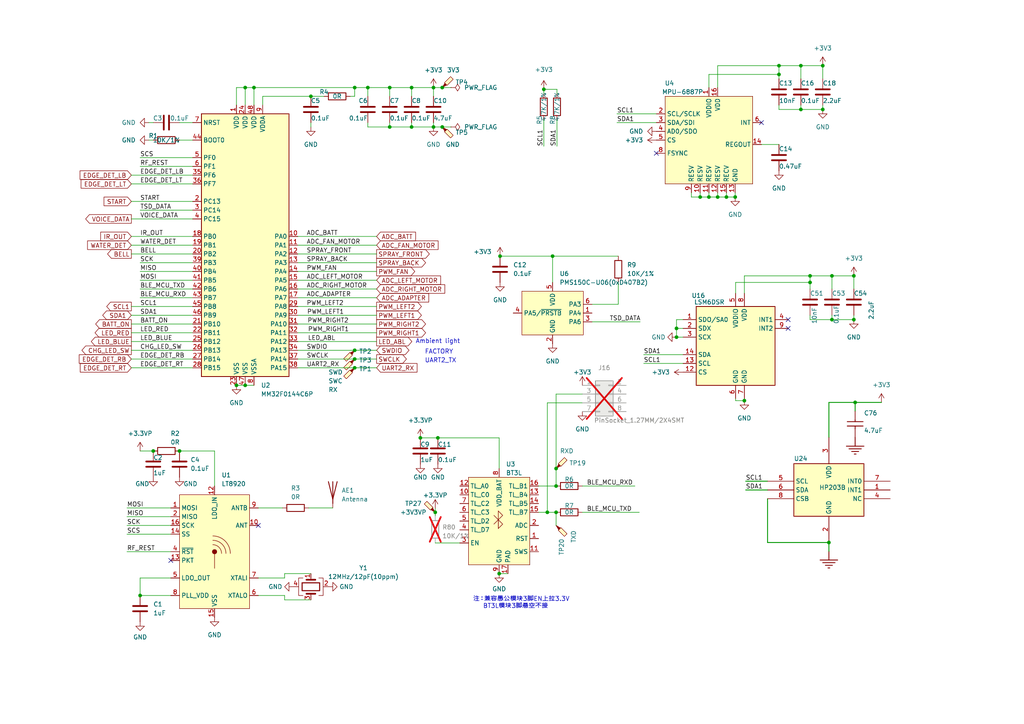
<source format=kicad_sch>
(kicad_sch (version 20230121) (generator eeschema)
  (paper "A4")
  (lib_symbols
    (symbol "Connector:TestPoint_Probe" (pin_numbers hide) (pin_names (offset 0.762) hide)
      (property "Reference" "TP" (at 1.651 5.842 0))
      (property "Value" "TestPoint_Probe" (at 1.651 4.064 0))
      (symbol "TestPoint_Probe_1_1"
        (pin passive line (at 0 0 90) (length 0) (name "1") (number "1"))
      )
    )
    (symbol "Connector_Generic:Conn_02x04_Odd_Even" (pin_names (offset 1.016) hide)
      (property "Reference" "J" (at 1.27 5.08 0))
      (property "Value" "Conn_02x04_Odd_Even" (at 1.27 -7.62 0))
      (symbol "Conn_02x04_Odd_Even_1_1"
        (pin passive line (at -5.08 2.54 0) (length 3.81) (name "Pin_1") (number "1"))
        (pin passive line (at 7.62 2.54 180) (length 3.81) (name "Pin_2") (number "2"))
        (pin passive line (at -5.08 0 0) (length 3.81) (name "Pin_3") (number "3"))
        (pin passive line (at 7.62 0 180) (length 3.81) (name "Pin_4") (number "4"))
        (pin passive line (at -5.08 -2.54 0) (length 3.81) (name "Pin_5") (number "5"))
        (pin passive line (at 7.62 -2.54 180) (length 3.81) (name "Pin_6") (number "6"))
        (pin passive line (at -5.08 -5.08 0) (length 3.81) (name "Pin_7") (number "7"))
        (pin passive line (at 7.62 -5.08 180) (length 3.81) (name "Pin_8") (number "8"))
      )
    )
    (symbol "Device:Antenna" (pin_numbers hide) (pin_names (offset 1.016) hide)
      (property "Reference" "AE" (at -1.905 1.905 0))
      (property "Value" "Antenna" (at -1.905 0 0))
      (symbol "Antenna_1_1"
        (pin input line (at 0 -5.08 90) (length 2.54) (name "A") (number "1"))
      )
    )
    (symbol "Device:C" (pin_numbers hide) (pin_names (offset 0.254))
      (property "Reference" "C" (at 0.635 2.54 0))
      (property "Value" "C" (at 0.635 -2.54 0))
      (symbol "C_1_1"
        (pin passive line (at 0 3.81 270) (length 2.794) (name "~") (number "1"))
        (pin passive line (at 0 -3.81 90) (length 2.794) (name "~") (number "2"))
      )
    )
    (symbol "Device:Crystal_GND24" (pin_names (offset 1.016) hide)
      (property "Reference" "Y" (at 3.175 5.08 0))
      (property "Value" "Crystal_GND24" (at 3.175 3.175 0))
      (symbol "Crystal_GND24_1_1"
        (pin passive line (at -3.81 0 0) (length 1.27) (name "1") (number "1"))
        (pin passive line (at 0 5.08 270) (length 1.27) (name "2") (number "2"))
        (pin passive line (at 3.81 0 180) (length 1.27) (name "3") (number "3"))
        (pin passive line (at 0 -5.08 90) (length 1.27) (name "4") (number "4"))
      )
    )
    (symbol "Device:R" (pin_numbers hide) (pin_names (offset 0))
      (property "Reference" "R" (at 2.032 0 90))
      (property "Value" "R" (at 0 0 90))
      (symbol "R_1_1"
        (pin passive line (at 0 3.81 270) (length 1.27) (name "~") (number "1"))
        (pin passive line (at 0 -3.81 90) (length 1.27) (name "~") (number "2"))
      )
    )
    (symbol "MCU_ST_STM32F0:STM32F030C8Tx"
      (property "Reference" "U" (at -12.7 39.37 0))
      (property "Value" "STM32F030C8Tx" (at 7.62 39.37 0))
      (symbol "STM32F030C8Tx_1_1"
        (pin power_in line (at -2.54 40.64 270) (length 2.54) (name "VDD") (number "1"))
        (pin bidirectional line (at 15.24 2.54 180) (length 2.54) (name "PA0") (number "10"))
        (pin bidirectional line (at 15.24 0 180) (length 2.54) (name "PA1") (number "11"))
        (pin bidirectional line (at 15.24 -2.54 180) (length 2.54) (name "PA2") (number "12"))
        (pin bidirectional line (at 15.24 -5.08 180) (length 2.54) (name "PA3") (number "13"))
        (pin bidirectional line (at 15.24 -7.62 180) (length 2.54) (name "PA4") (number "14"))
        (pin bidirectional line (at 15.24 -10.16 180) (length 2.54) (name "PA5") (number "15"))
        (pin bidirectional line (at 15.24 -12.7 180) (length 2.54) (name "PA6") (number "16"))
        (pin bidirectional line (at 15.24 -15.24 180) (length 2.54) (name "PA7") (number "17"))
        (pin bidirectional line (at -15.24 2.54 0) (length 2.54) (name "PB0") (number "18"))
        (pin bidirectional line (at -15.24 0 0) (length 2.54) (name "PB1") (number "19"))
        (pin bidirectional line (at -15.24 12.7 0) (length 2.54) (name "PC13") (number "2"))
        (pin bidirectional line (at -15.24 -2.54 0) (length 2.54) (name "PB2") (number "20"))
        (pin bidirectional line (at -15.24 -22.86 0) (length 2.54) (name "PB10") (number "21"))
        (pin bidirectional line (at -15.24 -25.4 0) (length 2.54) (name "PB11") (number "22"))
        (pin power_in line (at -2.54 -40.64 90) (length 2.54) (name "VSS") (number "23"))
        (pin power_in line (at 0 40.64 270) (length 2.54) (name "VDD") (number "24"))
        (pin bidirectional line (at -15.24 -27.94 0) (length 2.54) (name "PB12") (number "25"))
        (pin bidirectional line (at -15.24 -30.48 0) (length 2.54) (name "PB13") (number "26"))
        (pin bidirectional line (at -15.24 -33.02 0) (length 2.54) (name "PB14") (number "27"))
        (pin bidirectional line (at -15.24 -35.56 0) (length 2.54) (name "PB15") (number "28"))
        (pin bidirectional line (at 15.24 -17.78 180) (length 2.54) (name "PA8") (number "29"))
        (pin bidirectional line (at -15.24 10.16 0) (length 2.54) (name "PC14") (number "3"))
        (pin bidirectional line (at 15.24 -20.32 180) (length 2.54) (name "PA9") (number "30"))
        (pin bidirectional line (at 15.24 -22.86 180) (length 2.54) (name "PA10") (number "31"))
        (pin bidirectional line (at 15.24 -25.4 180) (length 2.54) (name "PA11") (number "32"))
        (pin bidirectional line (at 15.24 -27.94 180) (length 2.54) (name "PA12") (number "33"))
        (pin bidirectional line (at 15.24 -30.48 180) (length 2.54) (name "PA13") (number "34"))
        (pin bidirectional line (at -15.24 20.32 0) (length 2.54) (name "PF6") (number "35"))
        (pin bidirectional line (at -15.24 17.78 0) (length 2.54) (name "PF7") (number "36"))
        (pin bidirectional line (at 15.24 -33.02 180) (length 2.54) (name "PA14") (number "37"))
        (pin bidirectional line (at 15.24 -35.56 180) (length 2.54) (name "PA15") (number "38"))
        (pin bidirectional line (at -15.24 -5.08 0) (length 2.54) (name "PB3") (number "39"))
        (pin bidirectional line (at -15.24 7.62 0) (length 2.54) (name "PC15") (number "4"))
        (pin bidirectional line (at -15.24 -7.62 0) (length 2.54) (name "PB4") (number "40"))
        (pin bidirectional line (at -15.24 -10.16 0) (length 2.54) (name "PB5") (number "41"))
        (pin bidirectional line (at -15.24 -12.7 0) (length 2.54) (name "PB6") (number "42"))
        (pin bidirectional line (at -15.24 -15.24 0) (length 2.54) (name "PB7") (number "43"))
        (pin input line (at -15.24 30.48 0) (length 2.54) (name "BOOT0") (number "44"))
        (pin bidirectional line (at -15.24 -17.78 0) (length 2.54) (name "PB8") (number "45"))
        (pin bidirectional line (at -15.24 -20.32 0) (length 2.54) (name "PB9") (number "46"))
        (pin power_in line (at 0 -40.64 90) (length 2.54) (name "VSS") (number "47"))
        (pin power_in line (at 2.54 40.64 270) (length 2.54) (name "VDD") (number "48"))
        (pin input line (at -15.24 25.4 0) (length 2.54) (name "PF0") (number "5"))
        (pin input line (at -15.24 22.86 0) (length 2.54) (name "PF1") (number "6"))
        (pin input line (at -15.24 35.56 0) (length 2.54) (name "NRST") (number "7"))
        (pin power_in line (at 2.54 -40.64 90) (length 2.54) (name "VSSA") (number "8"))
        (pin power_in line (at 5.08 40.64 270) (length 2.54) (name "VDDA") (number "9"))
      )
    )
    (symbol "Ovo_MCU_Padauk:PMS150C-U06"
      (property "Reference" "U" (at 3.81 10.16 0))
      (property "Value" "PMS150C-U06" (at 8.89 7.62 0))
      (symbol "PMS150C-U06_1_1"
        (pin bidirectional line (at 11.43 0 180) (length 2.54) (name "PA4") (number "1"))
        (pin power_in line (at 0 -8.89 90) (length 2.54) (name "GND") (number "2"))
        (pin bidirectional line (at 11.43 -2.54 180) (length 2.54) (name "PA6") (number "3"))
        (pin bidirectional line (at -11.43 0 0) (length 2.54) (name "PA5/~{PRSTB}") (number "4"))
        (pin power_in line (at 0 8.89 270) (length 2.54) (name "VDD") (number "5"))
        (pin bidirectional line (at 11.43 2.54 180) (length 2.54) (name "PA3") (number "6"))
      )
    )
    (symbol "Ovo_RF:LT8920"
      (property "Reference" "U" (at -8.89 17.78 0))
      (property "Value" "LT8920" (at -6.35 -17.78 0))
      (symbol "LT8920_1_1"
        (pin input line (at -12.7 12.7 0) (length 2.54) (name "MOSI") (number "1"))
        (pin passive line (at 12.7 7.62 180) (length 2.54) (name "ANT") (number "10"))
        (pin no_connect line (at 5.08 -19.05 90) (length 2.54) hide (name "NC") (number "11"))
        (pin power_in line (at 0 19.05 270) (length 2.54) (name "LDO_IN") (number "12"))
        (pin output line (at -12.7 -2.54 0) (length 2.54) (name "PKT") (number "13"))
        (pin input line (at -12.7 5.08 0) (length 2.54) (name "SS") (number "14"))
        (pin power_in line (at 0 -19.05 90) (length 2.54) (name "VSS") (number "15"))
        (pin input line (at -12.7 7.62 0) (length 2.54) (name "SCK") (number "16"))
        (pin output line (at -12.7 10.16 0) (length 2.54) (name "MISO") (number "2"))
        (pin no_connect line (at 2.54 -19.05 90) (length 2.54) hide (name "NC") (number "3"))
        (pin input line (at -12.7 0 0) (length 2.54) (name "~{RST}") (number "4"))
        (pin power_out line (at -12.7 -7.62 0) (length 2.54) (name "LDO_OUT") (number "5"))
        (pin passive line (at 12.7 -12.7 180) (length 2.54) (name "XTALO") (number "6"))
        (pin passive line (at 12.7 -7.62 180) (length 2.54) (name "XTALI") (number "7"))
        (pin power_in line (at -12.7 -12.7 0) (length 2.54) (name "PLL_VDD") (number "8"))
        (pin passive line (at 12.7 12.7 180) (length 2.54) (name "ANTB") (number "9"))
      )
    )
    (symbol "Ovo_RF_Bluetooth:BT3L"
      (property "Reference" "U" (at -7.62 13.97 0))
      (property "Value" "BT3L" (at -6.35 -13.97 0))
      (symbol "BT3L_1_1"
        (pin input line (at 11.43 -5.08 180) (length 2.54) (name "RST") (number "1"))
        (pin bidirectional line (at -11.43 7.62 0) (length 2.54) (name "TL_C0") (number "10"))
        (pin bidirectional line (at 11.43 -8.89 180) (length 2.54) (name "SWS") (number "11"))
        (pin bidirectional line (at -11.43 10.16 0) (length 2.54) (name "TL_A0") (number "12"))
        (pin bidirectional line (at 11.43 7.62 180) (length 2.54) (name "TL_B4") (number "13"))
        (pin bidirectional line (at 11.43 5.08 180) (length 2.54) (name "TL_B5") (number "14"))
        (pin bidirectional line (at 11.43 2.54 180) (length 2.54) (name "TL_B7") (number "15"))
        (pin bidirectional line (at 11.43 10.16 180) (length 2.54) (name "TL_B1") (number "16"))
        (pin power_in line (at 2.54 -15.24 90) (length 2.54) (name "PAD") (number "17"))
        (pin input line (at 11.43 -1.27 180) (length 2.54) (name "ADC") (number "2"))
        (pin input line (at -11.43 -6.35 0) (length 2.54) (name "EN") (number "3"))
        (pin bidirectional line (at -11.43 -2.54 0) (length 2.54) (name "TL_D7") (number "4"))
        (pin bidirectional line (at -11.43 0 0) (length 2.54) (name "TL_D2") (number "5"))
        (pin bidirectional line (at -11.43 2.54 0) (length 2.54) (name "TL_C3") (number "6"))
        (pin bidirectional line (at -11.43 5.08 0) (length 2.54) (name "TL_C2") (number "7"))
        (pin power_in line (at 0 15.24 270) (length 2.54) (name "VDD_BAT") (number "8"))
        (pin power_in line (at 0 -15.24 90) (length 2.54) (name "GND") (number "9"))
      )
    )
    (symbol "Ovo_Sensor_Motion:MPU-6887"
      (property "Reference" "U" (at -13.97 16.51 0))
      (property "Value" "MPU-6887" (at -10.16 13.97 0))
      (symbol "MPU-6887_1_1"
        (pin power_in line (at 0 15.24 270) (length 2.54) (name "VDDIO") (number "1"))
        (pin passive line (at -2.54 -15.24 90) (length 2.54) (name "RESV") (number "10"))
        (pin passive line (at 0 -15.24 90) (length 2.54) (name "RESV") (number "11"))
        (pin passive line (at 2.54 -15.24 90) (length 2.54) (name "RESV") (number "12"))
        (pin power_in line (at 7.62 -15.24 90) (length 2.54) (name "GND") (number "13"))
        (pin passive line (at 15.24 -1.27 180) (length 2.54) (name "REGOUT") (number "14"))
        (pin passive line (at 5.08 -15.24 90) (length 2.54) (name "RECV") (number "15"))
        (pin power_in line (at 2.54 15.24 270) (length 2.54) (name "VDD") (number "16"))
        (pin input line (at -15.24 7.62 0) (length 2.54) (name "SCL/SCLK") (number "2"))
        (pin bidirectional line (at -15.24 5.08 0) (length 2.54) (name "SDA/SDI") (number "3"))
        (pin input line (at -15.24 2.54 0) (length 2.54) (name "AD0/SDO") (number "4"))
        (pin input line (at -15.24 0 0) (length 2.54) (name "CS") (number "5"))
        (pin output line (at 15.24 5.08 180) (length 2.54) (name "INT") (number "6"))
        (pin no_connect line (at -7.62 -15.24 90) (length 2.54) hide (name "RESV") (number "7"))
        (pin input line (at -15.24 -3.81 0) (length 2.54) (name "FSYNC") (number "8"))
        (pin passive line (at -5.08 -15.24 90) (length 2.54) (name "RESV") (number "9"))
      )
    )
    (symbol "Sensor_Motion:LSM6DS3"
      (property "Reference" "U" (at -11.43 15.24 0))
      (property "Value" "LSM6DS3" (at -11.43 12.7 0))
      (symbol "LSM6DS3_1_1"
        (pin bidirectional line (at -15.24 7.62 0) (length 3.81) (name "SDO/SA0") (number "1"))
        (pin no_connect line (at 10.16 -5.08 180) (length 3.81) hide (name "NC") (number "10"))
        (pin no_connect line (at 10.16 -2.54 180) (length 3.81) hide (name "NC") (number "11"))
        (pin input line (at -15.24 -7.62 0) (length 3.81) (name "CS") (number "12"))
        (pin input line (at -15.24 -5.08 0) (length 3.81) (name "SCL") (number "13"))
        (pin bidirectional line (at -15.24 -2.54 0) (length 3.81) (name "SDA") (number "14"))
        (pin bidirectional line (at -15.24 5.08 0) (length 3.81) (name "SDX") (number "2"))
        (pin input line (at -15.24 2.54 0) (length 3.81) (name "SCX") (number "3"))
        (pin output line (at 15.24 7.62 180) (length 3.81) (name "INT1") (number "4"))
        (pin power_in line (at 0 15.24 270) (length 3.81) (name "VDDIO") (number "5"))
        (pin power_in line (at 0 -15.24 90) (length 3.81) (name "GND") (number "6"))
        (pin power_in line (at 2.54 -15.24 90) (length 3.81) (name "GND") (number "7"))
        (pin power_in line (at 2.54 15.24 270) (length 3.81) (name "VDD") (number "8"))
        (pin output line (at 15.24 5.08 180) (length 3.81) (name "INT2") (number "9"))
      )
    )
    (symbol "cleanrobot-main-altium-import:GND" (power)
      (property "Reference" "#PWR" (at 0 0 0))
      (property "Value" "GND" (at 0 6.35 0))
      (symbol "GND_0_0"
        (pin power_in line (at 0 0 0) (length 0) hide (name "GND") (number ""))
      )
    )
    (symbol "cleanrobot-main-altium-import:root_0_CAP NP_Dup1"
      (symbol "root_0_CAP NP_Dup1_1_0"
        (pin passive line (at 2.54 2.54 270) (length 2.54) (name "1") (number "1"))
        (pin passive line (at 2.54 -5.08 90) (length 2.54) (name "2") (number "2"))
      )
    )
    (symbol "cleanrobot-main-altium-import:root_0_HP203B"
      (symbol "root_0_HP203B_1_0"
        (pin passive line (at 27.94 -7.62 180) (length 7.62) (name "INT1") (number "1"))
        (pin passive line (at 10.16 -22.86 90) (length 7.62) (name "GND") (number "2"))
        (pin passive line (at 10.16 7.62 270) (length 7.62) (name "VDD") (number "3"))
        (pin passive line (at 27.94 -10.16 180) (length 7.62) (name "NC") (number "4"))
        (pin passive line (at -7.62 -5.08 0) (length 7.62) (name "SCL") (number "5"))
        (pin passive line (at -7.62 -7.62 0) (length 7.62) (name "SDA") (number "6"))
        (pin passive line (at 27.94 -5.08 180) (length 7.62) (name "INT0") (number "7"))
        (pin passive line (at -7.62 -10.16 0) (length 7.62) (name "CSB") (number "8"))
      )
    )
    (symbol "power:+3.3VP" (power) (pin_names (offset 0))
      (property "Value" "+3.3VP" (at 0 2.54 0))
      (symbol "+3.3VP_0_0"
        (pin power_in line (at 0 0 90) (length 0) hide (name "+3.3VP") (number "1"))
      )
    )
    (symbol "power:+3V3" (power) (pin_names (offset 0))
      (property "Value" "+3V3" (at 0 3.556 0))
      (symbol "+3V3_1_1"
        (pin power_in line (at 0 0 90) (length 0) hide (name "+3V3") (number "1"))
      )
    )
    (symbol "power:GND" (power) (pin_names (offset 0))
      (property "Value" "GND" (at 0 -3.81 0))
      (symbol "GND_1_1"
        (pin power_in line (at 0 0 270) (length 0) hide (name "GND") (number "1"))
      )
    )
    (symbol "power:PWR_FLAG" (power) (pin_numbers hide) (pin_names (offset 0) hide)
      (property "Value" "PWR_FLAG" (at 0 3.81 0))
      (symbol "PWR_FLAG_0_0"
        (pin power_out line (at 0 0 90) (length 0) (name "pwr") (number "1"))
      )
    )
  )
  (junction (at 241.3 80.01))
  (junction (at 128.27 36.83))
  (junction (at 157.734 25.908))
  (junction (at 127 127))
  (junction (at 144.78 166.37))
  (junction (at 247.65 92.71))
  (junction (at 210.693 57.15))
  (junction (at 113.03 36.83))
  (junction (at 203.073 57.15))
  (junction (at 196.215 95.25))
  (junction (at 158.75 148.59))
  (junction (at 225.933 19.05))
  (junction (at 128.27 25.4))
  (junction (at 232.283 19.05))
  (junction (at 106.68 25.4))
  (junction (at 125.73 25.4))
  (junction (at 215.9 116.205))
  (junction (at 205.613 57.15))
  (junction (at 71.12 111.76))
  (junction (at 73.66 25.4))
  (junction (at 232.283 31.75))
  (junction (at 161.29 140.97))
  (junction (at 125.73 36.83))
  (junction (at 102.87 106.68))
  (junction (at 52.07 130.81))
  (junction (at 208.153 57.15))
  (junction (at 238.633 31.75))
  (junction (at 126.238 148.59))
  (junction (at 145.034 74.295))
  (junction (at 213.233 57.15))
  (junction (at 160.274 74.295))
  (junction (at 161.29 135.89))
  (junction (at 196.215 97.79))
  (junction (at 240.411 157.353))
  (junction (at 238.633 19.05))
  (junction (at 113.03 25.4))
  (junction (at 102.87 104.14))
  (junction (at 234.95 80.01))
  (junction (at 119.38 36.83))
  (junction (at 119.38 25.4))
  (junction (at 234.95 81.915))
  (junction (at 90.17 27.94))
  (junction (at 161.29 148.59))
  (junction (at 68.58 111.76))
  (junction (at 247.65 80.01))
  (junction (at 40.64 172.72))
  (junction (at 102.87 25.4))
  (junction (at 248.031 116.713))
  (junction (at 225.933 21.59))
  (junction (at 102.87 101.6))
  (junction (at 241.3 92.71))
  (junction (at 121.92 127))
  (junction (at 44.45 130.81))
  (junction (at 71.12 25.4))
  (no_connect (at 49.53 162.56))
  (no_connect (at 228.6 92.71))
  (no_connect (at 220.853 35.56))
  (no_connect (at 190.373 44.45))
  (no_connect (at 74.93 152.4))
  (no_connect (at 228.6 95.25))
  (wire (pts (xy 106.68 35.56) (xy 106.68 36.83)))
  (wire (pts (xy 40.64 86.36) (xy 55.88 86.36)))
  (wire (pts (xy 89.535 147.32) (xy 96.52 147.32)))
  (wire (pts (xy 40.64 83.82) (xy 55.88 83.82)))
  (wire (pts (xy 196.215 97.79) (xy 198.12 97.79)))
  (wire (pts (xy 49.53 167.64) (xy 40.64 167.64)))
  (wire (pts (xy 225.933 22.86) (xy 225.933 21.59)))
  (wire (pts (xy 171.704 93.345) (xy 185.674 93.345)))
  (wire (pts (xy 178.943 35.56) (xy 190.373 35.56)))
  (wire (pts (xy 36.83 152.4) (xy 49.53 152.4)))
  (wire (pts (xy 102.87 25.4) (xy 102.87 27.94)))
  (wire (pts (xy 168.91 148.59) (xy 185.42 148.59)))
  (wire (pts (xy 113.03 25.4) (xy 106.68 25.4)))
  (wire (pts (xy 241.3 80.01) (xy 241.3 83.82)))
  (wire (pts (xy 36.83 154.94) (xy 49.53 154.94)))
  (wire (pts (xy 205.613 21.59) (xy 205.613 25.4)))
  (wire (pts (xy 222.631 157.353) (xy 240.411 157.353)) (stroke (width 0.254)))
  (wire (pts (xy 38.1 91.44) (xy 55.88 91.44)))
  (wire (pts (xy 238.633 31.75) (xy 238.633 30.48)))
  (wire (pts (xy 40.64 45.72) (xy 55.88 45.72)))
  (wire (pts (xy 248.031 116.713) (xy 255.651 116.713)) (stroke (width 0.254)))
  (wire (pts (xy 203.073 57.15) (xy 205.613 57.15)))
  (wire (pts (xy 86.36 91.44) (xy 109.22 91.44)))
  (wire (pts (xy 208.153 57.15) (xy 210.693 57.15)))
  (wire (pts (xy 179.324 81.915) (xy 179.324 88.265)))
  (wire (pts (xy 38.1 99.06) (xy 55.88 99.06)))
  (wire (pts (xy 128.27 25.4) (xy 130.81 25.4)))
  (wire (pts (xy 125.73 25.4) (xy 125.73 27.94)))
  (wire (pts (xy 126.238 147.447) (xy 126.238 148.59)))
  (wire (pts (xy 38.1 50.8) (xy 55.88 50.8)))
  (wire (pts (xy 241.3 80.01) (xy 247.65 80.01)))
  (wire (pts (xy 240.411 157.353) (xy 240.411 159.893)) (stroke (width 0.254)))
  (wire (pts (xy 213.36 116.205) (xy 215.9 116.205)))
  (wire (pts (xy 73.66 25.4) (xy 73.66 30.48)))
  (wire (pts (xy 222.631 142.113) (xy 216.281 142.113)) (stroke (width 0.254)))
  (wire (pts (xy 86.36 88.9) (xy 109.22 88.9)))
  (wire (pts (xy 52.07 130.81) (xy 62.23 130.81)))
  (wire (pts (xy 82.55 173.99) (xy 82.55 172.72)))
  (wire (pts (xy 160.274 74.295) (xy 179.324 74.295)))
  (wire (pts (xy 210.693 57.15) (xy 213.233 57.15)))
  (wire (pts (xy 40.64 167.64) (xy 40.64 172.72)))
  (wire (pts (xy 161.29 114.3) (xy 168.91 114.3)))
  (wire (pts (xy 71.12 111.76) (xy 73.66 111.76)))
  (wire (pts (xy 196.215 95.25) (xy 196.215 92.71)))
  (wire (pts (xy 208.153 55.88) (xy 208.153 57.15)))
  (wire (pts (xy 38.1 53.34) (xy 55.88 53.34)))
  (wire (pts (xy 102.87 25.4) (xy 73.66 25.4)))
  (wire (pts (xy 157.734 27.178) (xy 157.734 25.908)))
  (wire (pts (xy 38.1 68.58) (xy 55.88 68.58)))
  (wire (pts (xy 210.693 55.88) (xy 210.693 57.15)))
  (wire (pts (xy 161.544 34.798) (xy 161.544 42.418)))
  (wire (pts (xy 43.18 35.56) (xy 44.45 35.56)))
  (wire (pts (xy 38.1 58.42) (xy 55.88 58.42)))
  (wire (pts (xy 90.17 173.99) (xy 82.55 173.99)))
  (wire (pts (xy 157.734 25.908) (xy 161.544 25.908)))
  (wire (pts (xy 102.87 104.14) (xy 109.22 104.14)))
  (wire (pts (xy 144.78 127) (xy 144.78 135.89)))
  (wire (pts (xy 232.283 31.75) (xy 238.633 31.75)))
  (wire (pts (xy 106.68 36.83) (xy 113.03 36.83)))
  (wire (pts (xy 157.734 34.798) (xy 157.734 42.418)))
  (wire (pts (xy 101.6 27.94) (xy 102.87 27.94)))
  (wire (pts (xy 90.17 27.94) (xy 93.98 27.94)))
  (wire (pts (xy 113.03 25.4) (xy 113.03 27.94)))
  (wire (pts (xy 240.411 116.713) (xy 248.031 116.713)) (stroke (width 0.254)))
  (wire (pts (xy 71.12 25.4) (xy 73.66 25.4)))
  (wire (pts (xy 40.64 76.2) (xy 55.88 76.2)))
  (wire (pts (xy 40.64 60.96) (xy 55.88 60.96)))
  (wire (pts (xy 38.1 101.6) (xy 55.88 101.6)))
  (wire (pts (xy 38.1 71.12) (xy 55.88 71.12)))
  (wire (pts (xy 196.215 92.71) (xy 198.12 92.71)))
  (wire (pts (xy 38.1 63.5) (xy 55.88 63.5)))
  (wire (pts (xy 86.36 76.2) (xy 109.22 76.2)))
  (wire (pts (xy 222.631 139.573) (xy 216.281 139.573)) (stroke (width 0.254)))
  (wire (pts (xy 125.73 36.83) (xy 125.73 35.56)))
  (wire (pts (xy 68.58 111.76) (xy 71.12 111.76)))
  (wire (pts (xy 40.64 48.26) (xy 55.88 48.26)))
  (wire (pts (xy 68.58 30.48) (xy 68.58 25.4)))
  (wire (pts (xy 205.613 55.88) (xy 205.613 57.15)))
  (wire (pts (xy 38.1 104.14) (xy 55.88 104.14)))
  (wire (pts (xy 52.07 35.56) (xy 55.88 35.56)))
  (wire (pts (xy 186.69 105.41) (xy 198.12 105.41)))
  (wire (pts (xy 178.943 33.02) (xy 190.373 33.02)))
  (wire (pts (xy 145.034 74.295) (xy 160.274 74.295)))
  (wire (pts (xy 106.68 25.4) (xy 106.68 27.94)))
  (wire (pts (xy 196.215 97.79) (xy 196.215 95.25)))
  (wire (pts (xy 86.36 81.28) (xy 109.22 81.28)))
  (wire (pts (xy 86.36 73.66) (xy 109.22 73.66)))
  (wire (pts (xy 161.29 135.89) (xy 161.29 114.3)))
  (wire (pts (xy 213.233 57.15) (xy 213.233 55.88)))
  (wire (pts (xy 82.55 166.37) (xy 82.55 167.64)))
  (wire (pts (xy 144.78 166.37) (xy 147.32 166.37)))
  (wire (pts (xy 161.29 135.89) (xy 161.29 140.97)))
  (wire (pts (xy 234.95 81.915) (xy 234.95 83.82)))
  (wire (pts (xy 119.38 36.83) (xy 125.73 36.83)))
  (wire (pts (xy 161.29 148.59) (xy 161.29 152.4)))
  (wire (pts (xy 86.36 96.52) (xy 109.22 96.52)))
  (wire (pts (xy 240.411 126.873) (xy 240.411 116.713)) (stroke (width 0.254)))
  (wire (pts (xy 90.17 166.37) (xy 82.55 166.37)))
  (wire (pts (xy 121.92 127) (xy 127 127)))
  (wire (pts (xy 82.55 172.72) (xy 74.93 172.72)))
  (wire (pts (xy 119.38 25.4) (xy 125.73 25.4)))
  (wire (pts (xy 36.83 147.32) (xy 49.53 147.32)))
  (wire (pts (xy 102.87 101.6) (xy 109.22 101.6)))
  (wire (pts (xy 62.23 130.81) (xy 62.23 140.97)))
  (wire (pts (xy 38.1 96.52) (xy 55.88 96.52)))
  (wire (pts (xy 205.613 57.15) (xy 208.153 57.15)))
  (wire (pts (xy 86.36 106.68) (xy 102.87 106.68)))
  (wire (pts (xy 133.35 157.48) (xy 126.238 157.48)))
  (wire (pts (xy 232.283 31.75) (xy 232.283 30.48)))
  (wire (pts (xy 40.64 130.81) (xy 44.45 130.81)))
  (wire (pts (xy 86.36 83.82) (xy 109.22 83.82)))
  (wire (pts (xy 248.031 119.253) (xy 248.031 116.713)) (stroke (width 0.254)))
  (wire (pts (xy 234.95 80.01) (xy 241.3 80.01)))
  (wire (pts (xy 213.36 115.57) (xy 213.36 116.205)))
  (wire (pts (xy 200.533 57.15) (xy 203.073 57.15)))
  (wire (pts (xy 203.073 55.88) (xy 203.073 57.15)))
  (wire (pts (xy 76.2 27.94) (xy 76.2 30.48)))
  (wire (pts (xy 71.12 30.48) (xy 71.12 25.4)))
  (wire (pts (xy 119.38 25.4) (xy 113.03 25.4)))
  (wire (pts (xy 234.95 92.71) (xy 241.3 92.71)))
  (wire (pts (xy 225.933 19.05) (xy 225.933 21.59)))
  (wire (pts (xy 220.853 41.91) (xy 225.933 41.91)))
  (wire (pts (xy 158.75 148.59) (xy 158.75 116.84)))
  (wire (pts (xy 234.95 81.915) (xy 213.36 81.915)))
  (wire (pts (xy 215.9 80.01) (xy 234.95 80.01)))
  (wire (pts (xy 156.21 148.59) (xy 158.75 148.59)))
  (wire (pts (xy 125.73 25.4) (xy 128.27 25.4)))
  (wire (pts (xy 186.69 102.87) (xy 198.12 102.87)))
  (wire (pts (xy 90.17 27.94) (xy 76.2 27.94)))
  (wire (pts (xy 160.274 74.295) (xy 160.274 81.915)))
  (wire (pts (xy 208.153 25.4) (xy 208.153 19.05)))
  (wire (pts (xy 86.36 78.74) (xy 109.22 78.74)))
  (wire (pts (xy 196.215 95.25) (xy 198.12 95.25)))
  (wire (pts (xy 113.03 35.56) (xy 113.03 36.83)))
  (wire (pts (xy 158.75 148.59) (xy 161.29 148.59)))
  (wire (pts (xy 247.65 92.71) (xy 247.65 91.44)))
  (wire (pts (xy 168.91 140.97) (xy 184.15 140.97)))
  (wire (pts (xy 113.03 36.83) (xy 119.38 36.83)))
  (wire (pts (xy 106.68 25.4) (xy 102.87 25.4)))
  (wire (pts (xy 40.64 81.28) (xy 55.88 81.28)))
  (wire (pts (xy 82.55 167.64) (xy 74.93 167.64)))
  (wire (pts (xy 40.64 78.74) (xy 55.88 78.74)))
  (wire (pts (xy 119.38 27.94) (xy 119.38 25.4)))
  (wire (pts (xy 128.27 36.83) (xy 130.81 36.83)))
  (wire (pts (xy 232.283 19.05) (xy 238.633 19.05)))
  (wire (pts (xy 126.238 157.48) (xy 126.238 157.353)))
  (wire (pts (xy 222.631 144.653) (xy 222.631 157.353)) (stroke (width 0.254)))
  (wire (pts (xy 52.07 40.64) (xy 55.88 40.64)))
  (wire (pts (xy 161.544 25.908) (xy 161.544 27.178)))
  (wire (pts (xy 127 127) (xy 144.78 127)))
  (wire (pts (xy 234.95 92.71) (xy 234.95 91.44)))
  (wire (pts (xy 74.93 147.32) (xy 81.915 147.32)))
  (wire (pts (xy 215.9 116.205) (xy 215.9 115.57)))
  (wire (pts (xy 232.283 19.05) (xy 232.283 22.86)))
  (wire (pts (xy 208.153 19.05) (xy 225.933 19.05)))
  (wire (pts (xy 38.1 106.68) (xy 55.88 106.68)))
  (wire (pts (xy 225.933 31.75) (xy 232.283 31.75)))
  (wire (pts (xy 68.58 25.4) (xy 71.12 25.4)))
  (wire (pts (xy 86.36 93.98) (xy 109.22 93.98)))
  (wire (pts (xy 86.36 71.12) (xy 109.22 71.12)))
  (wire (pts (xy 234.95 80.01) (xy 234.95 81.915)))
  (wire (pts (xy 86.36 101.6) (xy 102.87 101.6)))
  (wire (pts (xy 86.36 104.14) (xy 102.87 104.14)))
  (wire (pts (xy 86.36 68.58) (xy 109.22 68.58)))
  (wire (pts (xy 158.75 116.84) (xy 168.91 116.84)))
  (wire (pts (xy 86.36 99.06) (xy 109.22 99.06)))
  (wire (pts (xy 179.324 88.265) (xy 171.704 88.265)))
  (wire (pts (xy 125.73 36.83) (xy 128.27 36.83)))
  (wire (pts (xy 38.1 73.66) (xy 55.88 73.66)))
  (wire (pts (xy 102.87 106.68) (xy 109.22 106.68)))
  (wire (pts (xy 200.533 55.88) (xy 200.533 57.15)))
  (wire (pts (xy 215.9 85.09) (xy 215.9 80.01)))
  (wire (pts (xy 225.933 21.59) (xy 205.613 21.59)))
  (wire (pts (xy 43.18 40.64) (xy 44.45 40.64)))
  (wire (pts (xy 38.1 93.98) (xy 55.88 93.98)))
  (wire (pts (xy 247.65 80.01) (xy 247.65 83.82)))
  (wire (pts (xy 90.17 36.83) (xy 90.17 35.56)))
  (wire (pts (xy 40.64 172.72) (xy 49.53 172.72)))
  (wire (pts (xy 156.21 140.97) (xy 161.29 140.97)))
  (wire (pts (xy 238.633 19.05) (xy 238.633 22.86)))
  (wire (pts (xy 38.1 88.9) (xy 55.88 88.9)))
  (wire (pts (xy 86.36 86.36) (xy 109.22 86.36)))
  (wire (pts (xy 119.38 35.56) (xy 119.38 36.83)))
  (wire (pts (xy 225.933 31.75) (xy 225.933 30.48)))
  (wire (pts (xy 241.3 92.71) (xy 247.65 92.71)))
  (wire (pts (xy 126.238 148.59) (xy 126.238 149.733)))
  (wire (pts (xy 225.933 19.05) (xy 232.283 19.05)))
  (wire (pts (xy 213.36 81.915) (xy 213.36 85.09)))
  (wire (pts (xy 36.83 160.02) (xy 49.53 160.02)))
  (wire (pts (xy 36.83 149.86) (xy 49.53 149.86)))
  (wire (pts (xy 241.3 92.71) (xy 241.3 91.44)))
  (text "UART2_TX" (at 123.19 105.41 0) (effects (font (size 1.27 1.27)) (justify left bottom)))
  (text "FACTORY" (at 123.19 102.87 0) (effects (font (size 1.27 1.27)) (justify left bottom)))
  (text "注：兼容愚公模块3脚EN上拉3.3V\n   BT3L模块3脚悬空不接" (at 137.16 176.657 0) (effects (font (size 1.27 1.27)) (justify left bottom)))
  (text "Ambient light" (at 120.523 99.822 0) (effects (font (size 1.27 1.27)) (justify left bottom)))
  (label "BELL" (at 40.64 73.66 0))
  (label "MOSI" (at 36.83 147.32 0))
  (label "BLE_MCU_RXD" (at 170.18 140.97 0))
  (label "TSD_DATA" (at 40.64 60.96 0))
  (label "PWM_FAN" (at 88.9 78.74 0))
  (label "MISO" (at 36.83 149.86 0))
  (label "SCK" (at 40.64 76.2 0))
  (label "SCL1" (at 186.69 105.41 0))
  (label "SDA1" (at 216.281 142.113 0))
  (label "SCK" (at 36.83 152.4 0))
  (label "BATT_ON" (at 40.64 93.98 0))
  (label "START" (at 40.64 58.42 0))
  (label "MOSI" (at 40.64 81.28 0))
  (label "BLE_MCU_TXD" (at 40.64 83.82 0))
  (label "PWM_LEFT1" (at 89.027 91.44 0))
  (label "SDA1" (at 178.943 35.56 0))
  (label "SDA1" (at 40.64 91.44 0))
  (label "SPRAY_FRONT" (at 88.9 73.66 0))
  (label "UART2_RX" (at 88.9 106.68 0))
  (label "VOICE_DATA" (at 40.64 63.5 0))
  (label "SCL1" (at 216.281 139.573 0))
  (label "CHG_LED_SW" (at 40.64 101.6 0))
  (label "PWM_LEFT2" (at 88.9 88.9 0))
  (label "BLE_MCU_RXD" (at 40.64 86.36 0))
  (label "SDA1" (at 161.544 42.418 90))
  (label "EDGE_DET_LB" (at 40.64 50.8 0))
  (label "MISO" (at 40.64 78.74 0))
  (label "EDGE_DET_RB" (at 40.64 104.14 0))
  (label "SCS" (at 36.83 154.94 0))
  (label "RF_REST" (at 36.83 160.02 0))
  (label "LED_ABL" (at 89.281 99.06 0))
  (label "SWDIO" (at 88.9 101.6 0))
  (label "SPRAY_BACK" (at 88.9 76.2 0))
  (label "SWCLK" (at 88.9 104.14 0))
  (label "PWM_RIGHT1" (at 89.281 96.52 0))
  (label "ADC_RIGHT_MOTOR" (at 88.9 83.82 0))
  (label "SCS" (at 40.64 45.72 0))
  (label "SDA1" (at 186.69 102.87 0))
  (label "SCL1" (at 40.64 88.9 0))
  (label "EDGE_DET_RT" (at 40.64 106.68 0))
  (label "BLE_MCU_TXD" (at 170.18 148.59 0))
  (label "PWM_RIGHT2" (at 89.154 93.98 0))
  (label "WATER_DET" (at 40.64 71.12 0))
  (label "ADC_BATT" (at 88.9 68.58 0))
  (label "IR_OUT" (at 40.64 68.58 0))
  (label "RF_REST" (at 40.64 48.26 0))
  (label "TSD_DATA" (at 176.784 93.345 0))
  (label "SCL1" (at 178.943 33.02 0))
  (label "ADC_FAN_MOTOR" (at 88.9 71.12 0))
  (label "LED_BLUE" (at 40.64 99.06 0))
  (label "LED_RED" (at 40.64 96.52 0))
  (label "ADC_LEFT_MOTOR" (at 88.9 81.28 0))
  (label "EDGE_DET_LT" (at 40.64 53.34 0))
  (label "ADC_ADAPTER" (at 88.9 86.36 0))
  (label "SCL1" (at 157.734 42.418 90))
  (global_label "SPRAY_BACK" (shape output) (at 109.22 76.2 0) (property "Intersheetrefs" "${INTERSHEET_REFS}" (effects hide)))
  (global_label "LED_ABL" (shape output) (at 109.22 99.06 0) (property "Intersheetrefs" "${INTERSHEET_REFS}" (effects hide)))
  (global_label "UART2_RX" (shape input) (at 109.22 106.68 0) (property "Intersheetrefs" "${INTERSHEET_REFS}" (effects hide)))
  (global_label "PWM_RIGHT2" (shape output) (at 109.22 93.98 0) (property "Intersheetrefs" "${INTERSHEET_REFS}" (effects hide)))
  (global_label "EDGE_DET_RB" (shape input) (at 38.1 104.14 180) (property "Intersheetrefs" "${INTERSHEET_REFS}" (effects hide)))
  (global_label "SDA1" (shape bidirectional) (at 38.1 91.44 180) (property "Intersheetrefs" "${INTERSHEET_REFS}" (effects hide)))
  (global_label "IR_OUT" (shape input) (at 38.1 68.58 180) (property "Intersheetrefs" "${INTERSHEET_REFS}" (effects hide)))
  (global_label "EDGE_DET_LT" (shape input) (at 38.1 53.34 180) (property "Intersheetrefs" "${INTERSHEET_REFS}" (effects hide)))
  (global_label "ADC_FAN_MOTOR" (shape input) (at 109.22 71.12 0) (property "Intersheetrefs" "${INTERSHEET_REFS}" (effects hide)))
  (global_label "PWM_RIGHT1" (shape output) (at 109.22 96.52 0) (property "Intersheetrefs" "${INTERSHEET_REFS}" (effects hide)))
  (global_label "SWCLK" (shape output) (at 109.22 104.14 0) (property "Intersheetrefs" "${INTERSHEET_REFS}" (effects hide)))
  (global_label "ADC_BATT" (shape input) (at 109.22 68.58 0) (property "Intersheetrefs" "${INTERSHEET_REFS}" (effects hide)))
  (global_label "BATT_ON" (shape output) (at 38.1 93.98 180) (property "Intersheetrefs" "${INTERSHEET_REFS}" (effects hide)))
  (global_label "LED_BLUE" (shape output) (at 38.1 99.06 180) (property "Intersheetrefs" "${INTERSHEET_REFS}" (effects hide)))
  (global_label "CHG_LED_SW" (shape output) (at 38.1 101.6 180) (property "Intersheetrefs" "${INTERSHEET_REFS}" (effects hide)))
  (global_label "SPRAY_FRONT" (shape output) (at 109.22 73.66 0) (property "Intersheetrefs" "${INTERSHEET_REFS}" (effects hide)))
  (global_label "VOICE_DATA" (shape output) (at 38.1 63.5 180) (property "Intersheetrefs" "${INTERSHEET_REFS}" (effects hide)))
  (global_label "LED_RED" (shape output) (at 38.1 96.52 180) (property "Intersheetrefs" "${INTERSHEET_REFS}" (effects hide)))
  (global_label "EDGE_DET_RT" (shape input) (at 38.1 106.68 180) (property "Intersheetrefs" "${INTERSHEET_REFS}" (effects hide)))
  (global_label "PWM_LEFT1" (shape output) (at 109.22 91.44 0) (property "Intersheetrefs" "${INTERSHEET_REFS}" (effects hide)))
  (global_label "PWM_FAN" (shape output) (at 109.22 78.74 0) (property "Intersheetrefs" "${INTERSHEET_REFS}" (effects hide)))
  (global_label "ADC_LEFT_MOTOR" (shape input) (at 109.22 81.28 0) (property "Intersheetrefs" "${INTERSHEET_REFS}" (effects hide)))
  (global_label "ADC_ADAPTER" (shape input) (at 109.22 86.36 0) (property "Intersheetrefs" "${INTERSHEET_REFS}" (effects hide)))
  (global_label "SWDIO" (shape bidirectional) (at 109.22 101.6 0) (property "Intersheetrefs" "${INTERSHEET_REFS}" (effects hide)))
  (global_label "EDGE_DET_LB" (shape input) (at 38.1 50.8 180) (property "Intersheetrefs" "${INTERSHEET_REFS}" (effects hide)))
  (global_label "PWM_LEFT2" (shape output) (at 109.22 88.9 0) (property "Intersheetrefs" "${INTERSHEET_REFS}" (effects hide)))
  (global_label "START" (shape input) (at 38.1 58.42 180) (property "Intersheetrefs" "${INTERSHEET_REFS}" (effects hide)))
  (global_label "SCL1" (shape output) (at 38.1 88.9 180) (property "Intersheetrefs" "${INTERSHEET_REFS}" (effects hide)))
  (global_label "ADC_RIGHT_MOTOR" (shape input) (at 109.22 83.82 0) (property "Intersheetrefs" "${INTERSHEET_REFS}" (effects hide)))
  (global_label "BELL" (shape output) (at 38.1 73.66 180) (property "Intersheetrefs" "${INTERSHEET_REFS}" (effects hide)))
  (global_label "WATER_DET" (shape input) (at 38.1 71.12 180) (property "Intersheetrefs" "${INTERSHEET_REFS}" (effects hide)))
  (symbol (lib_id "power:+3V3") (at 168.91 111.76 0) (unit 1)
    (property "Reference" "#PWR02" (effects hide))
    (property "Value" "+3V3" (at 168.91 107.95 0))
    (instances (project "cleanrobot-square-main" (path "" (reference "#PWR02") (unit 1))) (project "wbr1-module" (path "" (reference "#PWR04") (unit 1))))
  )
  (symbol (lib_id "Device:C") (at 238.633 26.67 180) (unit 1)
    (property "Reference" "C18" (at 238.633 24.13 0) (effects (justify right)))
    (property "Value" "2.2uF" (at 238.633 29.21 0) (effects (justify right)))
    (property "Footprint" "Capacitor_SMD:C_0603_1608Metric" (effects hide))
  )
  (symbol (lib_id "cleanrobot-main-altium-import:root_0_HP203B") (at 230.251 134.493 0) (unit 1)
    (property "Reference" "U24" (at 230.251 133.731 0) (effects (justify left bottom)))
    (property "Value" "HP203B" (at 237.617 142.113 0) (effects (justify left bottom)))
    (property "Footprint" "Ovo_Package_LGA:HOPERF_LGA-8_3.8x3.6mm_P0.9mm" (effects hide))
    (instances (project "cleanrobot-main" (path "" (reference "U24") (unit 1))) (project "cleanrobot-square-main" (path "" (reference "U18") (unit 1))))
  )
  (symbol (lib_id "power:+3V3") (at 157.734 25.908 0) (unit 1)
    (property "Reference" "#PWR0121" (effects hide))
    (property "Value" "+3V3" (at 157.734 20.193 0))
  )
  (symbol (lib_id "Connector:TestPoint_Probe") (at 161.29 152.4 270) (unit 1)
    (property "Reference" "TP20" (at 162.8776 156.21 0) (effects (justify left)))
    (property "Value" "TXD" (at 166.37 157.48 0) (effects (justify right)))
    (property "Footprint" "TestPoint:TestPoint_Pad_D1.5mm" (effects hide))
  )
  (symbol (lib_id "power:GND") (at 225.933 49.53 0) (unit 1)
    (property "Reference" "#PWR0131" (effects hide))
    (property "Value" "GND" (at 225.933 54.61 0))
  )
  (symbol (lib_id "Connector:TestPoint_Probe") (at 102.87 106.68 180) (unit 1)
    (property "Reference" "TP1" (at 104.14 106.9974 0) (effects (justify right)))
    (property "Value" "RX" (at 95.25 113.03 0) (effects (justify right)))
    (property "Footprint" "TestPoint:TestPoint_Pad_D1.5mm" (effects hide))
  )
  (symbol (lib_id "Device:C") (at 145.034 78.105 0) (unit 1)
    (property "Reference" "C12" (at 148.844 76.8349 0) (effects (justify left)))
    (property "Value" "0.1uF" (at 148.844 79.3749 0) (effects (justify left)))
    (property "Footprint" "Capacitor_SMD:C_0603_1608Metric" (effects hide))
  )
  (symbol (lib_id "power:PWR_FLAG") (at 130.81 36.83 270) (unit 1)
    (property "Reference" "#FLG0102" (effects hide))
    (property "Value" "PWR_FLAG" (at 134.62 36.8299 90) (effects (justify left)))
  )
  (symbol (lib_id "Device:C") (at 225.933 26.67 180) (unit 1)
    (property "Reference" "C13" (at 225.933 24.13 0) (effects (justify right)))
    (property "Value" "10nF" (at 225.933 29.21 0) (effects (justify right)))
    (property "Footprint" "Capacitor_SMD:C_0603_1608Metric" (effects hide))
  )
  (symbol (lib_id "power:+3V3") (at 238.633 19.05 0) (unit 1)
    (property "Reference" "#PWR0129" (effects hide))
    (property "Value" "+3V3" (at 238.633 13.97 0))
  )
  (symbol (lib_id "Connector_Generic:Conn_02x04_Odd_Even") (at 173.99 114.3 0) (unit 1) (in_bom no) (dnp yes)
    (property "Reference" "J16" (at 175.26 106.68 0))
    (property "Value" "PinSocket_1.27MM/2X4SMT" (at 185.42 121.92 0))
    (property "Footprint" "Ovo_RF_Module:WBR1_Module_Conn" (effects hide))
    (instances (project "cleanrobot-square-main" (path "" (reference "J16") (unit 1))) (project "wbr1-module" (path "" (reference "J1") (unit 1))))
  )
  (symbol (lib_id "Device:R") (at 126.238 153.543 180) (unit 1) (in_bom no) (dnp yes)
    (property "Reference" "R80" (at 128.27 152.908 0) (effects (justify right)))
    (property "Value" "10K/1%" (at 128.27 155.448 0) (effects (justify right)))
    (property "Footprint" "Resistor_SMD:R_0603_1608Metric" (effects hide))
  )
  (symbol (lib_id "power:+3V3") (at 145.034 74.295 0) (unit 1)
    (property "Reference" "#PWR0125" (effects hide))
    (property "Value" "+3V3" (at 139.954 73.025 0))
  )
  (symbol (lib_id "Device:C") (at 225.933 45.72 180) (unit 1)
    (property "Reference" "C14" (at 225.933 43.18 0) (effects (justify right)))
    (property "Value" "0.47uF" (at 225.933 48.26 0) (effects (justify right)))
    (property "Footprint" "Capacitor_SMD:C_0603_1608Metric" (effects hide))
  )
  (symbol (lib_id "Device:C") (at 90.17 31.75 180) (unit 1)
    (property "Reference" "C5" (at 90.17 29.21 0) (effects (justify right)))
    (property "Value" "0.1uF" (at 90.17 34.29 0) (effects (justify right)))
    (property "Footprint" "Capacitor_SMD:C_0603_1608Metric" (effects hide))
  )
  (symbol (lib_id "power:GND") (at 95.25 170.18 90) (unit 1)
    (property "Reference" "#PWR0107" (effects hide))
    (property "Value" "GND" (at 98.425 170.1799 90) (effects (justify right)))
  )
  (symbol (lib_id "Device:R") (at 48.26 130.81 90) (unit 1)
    (property "Reference" "R2" (at 50.8 125.73 90))
    (property "Value" "0R" (at 50.8 128.27 90))
    (property "Footprint" "Resistor_SMD:R_0603_1608Metric" (effects hide))
  )
  (symbol (lib_id "power:GND") (at 62.23 179.07 0) (unit 1)
    (property "Reference" "#PWR0102" (effects hide))
    (property "Value" "GND" (at 62.23 184.15 0))
  )
  (symbol (lib_id "Ovo_MCU_Padauk:PMS150C-U06") (at 160.274 90.805 0) (unit 1)
    (property "Reference" "U6" (at 162.2934 79.375 0) (effects (justify left)))
    (property "Value" "PMS150C-U06(0xD407B2)" (at 162.2934 81.915 0) (effects (justify left)))
    (property "Footprint" "Package_TO_SOT_SMD:SOT-23-6" (effects hide))
    (property "Datasheet" "http://www.padauk.com.tw/upload/doc/PMS15A,PMS150C%20datasheet%20V108_CN_20200724.pdf" (effects hide))
  )
  (symbol (lib_id "Connector:TestPoint_Probe") (at 102.87 101.6 180) (unit 1)
    (property "Reference" "TP2" (at 104.14 101.9174 0) (effects (justify right)))
    (property "Value" "SWD" (at 95.25 107.95 0) (effects (justify right)))
    (property "Footprint" "TestPoint:TestPoint_Pad_D1.5mm" (effects hide))
  )
  (symbol (lib_id "Device:C") (at 40.64 176.53 0) (unit 1)
    (property "Reference" "C1" (at 44.45 175.2599 0) (effects (justify left)))
    (property "Value" "1uF" (at 44.45 177.7999 0) (effects (justify left)))
    (property "Footprint" "Capacitor_SMD:C_0603_1608Metric" (effects hide))
  )
  (symbol (lib_id "Device:C") (at 48.26 35.56 90) (unit 1)
    (property "Reference" "C3" (at 45.72 34.29 90))
    (property "Value" "0.1uF" (at 52.07 34.29 90))
    (property "Footprint" "Capacitor_SMD:C_0603_1608Metric" (effects hide))
  )
  (symbol (lib_id "power:+3V3") (at 255.651 116.713 0) (unit 1)
    (property "Reference" "#PWR030" (effects hide))
    (property "Value" "+3V3" (at 255.651 111.633 0))
  )
  (symbol (lib_id "Device:C") (at 119.38 31.75 180) (unit 1)
    (property "Reference" "C8" (at 119.38 29.21 0) (effects (justify right)))
    (property "Value" "0.1uF" (at 119.38 34.29 0) (effects (justify right)))
    (property "Footprint" "Capacitor_SMD:C_0603_1608Metric" (effects hide))
  )
  (symbol (lib_id "Device:R") (at 157.734 30.988 180) (unit 1)
    (property "Reference" "R5" (at 156.464 34.798 90))
    (property "Value" "4.7K/1%" (at 157.734 30.988 90))
    (property "Footprint" "Resistor_SMD:R_0603_1608Metric" (effects hide))
  )
  (symbol (lib_id "power:GND") (at 43.18 35.56 270) (unit 1)
    (property "Reference" "#PWR0105" (effects hide))
    (property "Value" "GND" (at 39.37 35.5599 90) (effects (justify right)))
  )
  (symbol (lib_id "power:GND") (at 121.92 134.62 0) (unit 1)
    (property "Reference" "#PWR0110" (effects hide))
    (property "Value" "GND" (at 121.92 138.43 0))
  )
  (symbol (lib_id "Device:C") (at 125.73 31.75 180) (unit 1)
    (property "Reference" "C10" (at 125.73 29.21 0) (effects (justify right)))
    (property "Value" "4.7uF" (at 125.73 34.29 0) (effects (justify right)))
    (property "Footprint" "Capacitor_SMD:C_0603_1608Metric" (effects hide))
  )
  (symbol (lib_id "power:GND") (at 144.78 166.37 0) (unit 1)
    (property "Reference" "#PWR0109" (effects hide))
    (property "Value" "GND" (at 144.78 170.815 0))
  )
  (symbol (lib_id "Device:C") (at 127 130.81 0) (unit 1)
    (property "Reference" "C11" (at 127 128.905 0) (effects (justify left)))
    (property "Value" "0.1uF" (at 127 133.35 0) (effects (justify left)))
    (property "Footprint" "Capacitor_SMD:C_0603_1608Metric" (effects hide))
  )
  (symbol (lib_id "power:+3.3VP") (at 121.92 127 0) (unit 1)
    (property "Reference" "#PWR0108" (effects hide))
    (property "Value" "+3.3VP" (at 121.92 121.92 0))
  )
  (symbol (lib_id "Device:R") (at 165.1 148.59 90) (unit 1)
    (property "Reference" "R7" (at 165.1 146.685 90))
    (property "Value" "0R" (at 165.1 148.59 90))
    (property "Footprint" "Resistor_SMD:R_0603_1608Metric" (effects hide))
  )
  (symbol (lib_id "power:GND") (at 196.215 97.79 270) (unit 1)
    (property "Reference" "#PWR0180" (effects hide))
    (property "Value" "GND" (at 193.04 97.7899 90) (effects (justify right)))
  )
  (symbol (lib_id "Device:C") (at 113.03 31.75 180) (unit 1)
    (property "Reference" "C7" (at 113.03 29.21 0) (effects (justify right)))
    (property "Value" "0.1uF" (at 113.03 34.29 0) (effects (justify right)))
    (property "Footprint" "Capacitor_SMD:C_0603_1608Metric" (effects hide))
  )
  (symbol (lib_id "power:GND") (at 90.17 36.83 0) (unit 1)
    (property "Reference" "#PWR0104" (effects hide))
    (property "Value" "GND" (at 90.17 41.91 0))
  )
  (symbol (lib_id "Device:R") (at 165.1 140.97 90) (unit 1)
    (property "Reference" "R6" (at 165.1 139.065 90))
    (property "Value" "0R" (at 165.1 140.97 90))
    (property "Footprint" "Resistor_SMD:R_0603_1608Metric" (effects hide))
  )
  (symbol (lib_id "Connector:TestPoint_Probe") (at 128.27 25.4 0) (unit 1)
    (property "Reference" "TP4" (at 132.08 23.8124 0) (effects (justify left)))
    (property "Value" "3V3" (at 133.35 20.32 0) (effects (justify right)))
    (property "Footprint" "TestPoint:TestPoint_Pad_D1.5mm" (effects hide))
  )
  (symbol (lib_id "Device:C") (at 234.95 87.63 180) (unit 1)
    (property "Reference" "C51" (at 234.95 85.09 0) (effects (justify right)))
    (property "Value" "10nF" (at 236.22 93.98 90) (effects (justify right)))
    (property "Footprint" "Capacitor_SMD:C_0603_1608Metric" (effects hide))
  )
  (symbol (lib_id "power:GND") (at 213.233 57.15 0) (unit 1)
    (property "Reference" "#PWR0115" (effects hide))
    (property "Value" "GND" (at 213.233 62.23 0))
  )
  (symbol (lib_id "Device:R") (at 97.79 27.94 90) (unit 1)
    (property "Reference" "R4" (at 93.98 26.67 90))
    (property "Value" "0R" (at 97.79 27.94 90))
    (property "Footprint" "Resistor_SMD:R_0603_1608Metric" (effects hide))
  )
  (symbol (lib_id "Device:C") (at 44.45 134.62 0) (unit 1)
    (property "Reference" "C2" (at 44.45 132.715 0) (effects (justify left)))
    (property "Value" "1uF" (at 44.45 137.16 0) (effects (justify left)))
    (property "Footprint" "Capacitor_SMD:C_0603_1608Metric" (effects hide))
  )
  (symbol (lib_id "power:+3V3") (at 247.65 80.01 0) (unit 1)
    (property "Reference" "#PWR0182" (effects hide))
    (property "Value" "+3V3" (at 247.65 74.93 0))
  )
  (symbol (lib_id "power:GND") (at 215.9 116.205 0) (unit 1)
    (property "Reference" "#PWR0191" (effects hide))
    (property "Value" "GND" (at 215.9 121.285 0))
  )
  (symbol (lib_id "Connector:TestPoint_Probe") (at 102.87 104.14 180) (unit 1)
    (property "Reference" "TP3" (at 104.14 104.4574 0) (effects (justify right)))
    (property "Value" "SWC" (at 95.25 110.49 0) (effects (justify right)))
    (property "Footprint" "TestPoint:TestPoint_Pad_D1.5mm" (effects hide))
  )
  (symbol (lib_id "power:GND") (at 168.91 119.38 0) (unit 1)
    (property "Reference" "#PWR03" (effects hide))
    (property "Value" "GND" (at 168.91 124.46 0))
  )
  (symbol (lib_id "power:GND") (at 85.09 170.18 270) (unit 1)
    (property "Reference" "#PWR0103" (effects hide))
    (property "Value" "GND" (at 81.915 170.1799 90) (effects (justify right)))
  )
  (symbol (lib_id "power:GND") (at 190.373 38.1 270) (unit 1)
    (property "Reference" "#PWR0118" (effects hide))
    (property "Value" "GND" (at 186.563 38.0999 90) (effects (justify right)))
  )
  (symbol (lib_id "power:GND") (at 68.58 111.76 0) (unit 1)
    (property "Reference" "#PWR0153" (effects hide))
    (property "Value" "GND" (at 68.58 116.84 0))
  )
  (symbol (lib_id "power:+3V3") (at 125.73 25.4 0) (unit 1)
    (property "Reference" "#PWR0119" (effects hide))
    (property "Value" "+3V3" (at 125.73 20.32 0))
  )
  (symbol (lib_id "Connector:TestPoint_Probe") (at 126.238 148.59 90) (unit 1)
    (property "Reference" "TP27" (at 119.888 146.05 90))
    (property "Value" "+3V3VP" (at 119.888 148.59 90))
    (property "Footprint" "TestPoint:TestPoint_Pad_D1.5mm" (effects hide))
  )
  (symbol (lib_id "power:GND") (at 40.64 180.34 0) (unit 1)
    (property "Reference" "#PWR0101" (effects hide))
    (property "Value" "GND" (at 40.64 184.785 0))
  )
  (symbol (lib_id "power:GND") (at 145.034 81.915 0) (unit 1)
    (property "Reference" "#PWR0123" (effects hide))
    (property "Value" "GND" (at 145.034 86.995 0))
  )
  (symbol (lib_id "power:GND") (at 127 134.62 0) (unit 1)
    (property "Reference" "#PWR0128" (effects hide))
    (property "Value" "GND" (at 127 138.43 0))
  )
  (symbol (lib_id "Device:C") (at 121.92 130.81 0) (unit 1)
    (property "Reference" "C9" (at 121.92 128.905 0) (effects (justify left)))
    (property "Value" "1uF" (at 121.92 133.35 0) (effects (justify left)))
    (property "Footprint" "Capacitor_SMD:C_0603_1608Metric" (effects hide))
  )
  (symbol (lib_id "power:GND") (at 125.73 36.83 0) (unit 1)
    (property "Reference" "#PWR0120" (effects hide))
    (property "Value" "GND" (at 125.73 41.91 0))
  )
  (symbol (lib_id "Ovo_RF:LT8920") (at 62.23 160.02 0) (unit 1)
    (property "Reference" "U1" (at 64.2494 137.795 0) (effects (justify left)))
    (property "Value" "LT8920" (at 64.2494 140.335 0) (effects (justify left)))
    (property "Footprint" "Package_SO:TSSOP-16_4.4x5mm_P0.65mm" (effects hide))
  )
  (symbol (lib_id "Device:R") (at 85.725 147.32 90) (unit 1)
    (property "Reference" "R3" (at 85.725 141.605 90))
    (property "Value" "0R" (at 85.725 144.145 90))
    (property "Footprint" "Resistor_SMD:R_0603_1608Metric" (effects hide))
  )
  (symbol (lib_id "Device:R") (at 179.324 78.105 0) (unit 1)
    (property "Reference" "R9" (at 181.864 76.8349 0) (effects (justify left)))
    (property "Value" "10K/1%" (at 181.864 79.3749 0) (effects (justify left)))
    (property "Footprint" "Resistor_SMD:R_0603_1608Metric" (effects hide))
  )
  (symbol (lib_id "power:GND") (at 44.45 138.43 0) (unit 1)
    (property "Reference" "#PWR0112" (effects hide))
    (property "Value" "GND" (at 41.275 140.335 0))
  )
  (symbol (lib_id "Device:Antenna") (at 96.52 142.24 0) (unit 1) (in_bom no)
    (property "Reference" "AE1" (at 99.06 142.24 0) (effects (justify left)))
    (property "Value" "Antenna" (at 99.06 144.78 0) (effects (justify left)))
    (property "Footprint" "Ovo_RF_Antenna:Ovo_PA2401_2.4GHz_Right" (effects hide))
  )
  (symbol (lib_id "power:PWR_FLAG") (at 130.81 25.4 270) (unit 1)
    (property "Reference" "#FLG0101" (effects hide))
    (property "Value" "PWR_FLAG" (at 134.62 25.3999 90) (effects (justify left)))
  )
  (symbol (lib_id "cleanrobot-main-altium-import:root_0_CAP NP_Dup1") (at 245.491 121.793 0) (unit 1)
    (property "Reference" "C76" (at 250.571 120.523 0) (effects (justify left bottom)))
    (property "Value" "4.7uF" (at 250.571 125.603 0) (effects (justify left bottom)))
    (property "Footprint" "Capacitor_SMD:C_0603_1608Metric" (effects hide))
    (instances (project "cleanrobot-main" (path "" (reference "C76") (unit 1))) (project "cleanrobot-square-main" (path "" (reference "C64") (unit 1))))
  )
  (symbol (lib_id "Sensor_Motion:LSM6DS3") (at 213.36 100.33 0) (unit 1)
    (property "Reference" "U16" (at 202.565 85.725 0))
    (property "Value" "LSM6DSR" (at 205.74 87.63 0))
    (property "Footprint" "Package_LGA:LGA-14_3x2.5mm_P0.5mm_LayoutBorder3x4y" (effects hide))
    (property "Datasheet" "www.st.com/resource/en/datasheet/lsm6ds3.pdf" (effects hide))
  )
  (symbol (lib_id "Device:C") (at 241.3 87.63 180) (unit 1)
    (property "Reference" "C53" (at 241.3 85.09 0) (effects (justify right)))
    (property "Value" "0.1uF" (at 242.57 93.98 90) (effects (justify right)))
    (property "Footprint" "Capacitor_SMD:C_0603_1608Metric" (effects hide))
  )
  (symbol (lib_id "Device:Crystal_GND24") (at 90.17 170.18 270) (unit 1)
    (property "Reference" "Y1" (at 105.41 164.7188 90))
    (property "Value" "12MHz/12pF(10ppm)" (at 105.41 167.2588 90))
    (property "Footprint" "Ovo_Oscillaror:Oscillator_SMD_Abracon_ASE-4Pin_3.2x2.5mm" (effects hide))
  )
  (symbol (lib_id "Device:R") (at 161.544 30.988 180) (unit 1)
    (property "Reference" "R8" (at 160.274 34.798 90))
    (property "Value" "4.7K/1%" (at 161.544 30.988 90))
    (property "Footprint" "Resistor_SMD:R_0603_1608Metric" (effects hide))
  )
  (symbol (lib_id "power:GND") (at 43.18 40.64 270) (unit 1)
    (property "Reference" "#PWR0106" (effects hide))
    (property "Value" "GND" (at 39.37 40.6399 90) (effects (justify right)))
  )
  (symbol (lib_id "Connector:TestPoint_Probe") (at 161.29 135.89 0) (unit 1)
    (property "Reference" "TP19" (at 165.1 134.3024 0) (effects (justify left)))
    (property "Value" "RXD" (at 166.37 130.81 0) (effects (justify right)))
    (property "Footprint" "TestPoint:TestPoint_Pad_D1.5mm" (effects hide))
  )
  (symbol (lib_id "power:+3V3") (at 190.373 40.64 90) (unit 1)
    (property "Reference" "#PWR0117" (effects hide))
    (property "Value" "+3V3" (at 186.563 40.6399 90) (effects (justify left)))
  )
  (symbol (lib_id "power:GND") (at 247.65 92.71 0) (unit 1)
    (property "Reference" "#PWR0192" (effects hide))
    (property "Value" "GND" (at 247.65 97.79 0))
  )
  (symbol (lib_id "cleanrobot-main-altium-import:GND") (at 240.411 159.893 0) (unit 1)
    (property "Reference" "#PWR?" (effects hide))
    (property "Value" "GND" (effects hide))
    (instances (project "cleanrobot-main" (path "" (reference "#PWR?") (unit 1))) (project "cleanrobot-square-main" (path "" (reference "#PWR028") (unit 1))))
  )
  (symbol (lib_id "Connector:TestPoint_Probe") (at 128.27 36.83 270) (unit 1)
    (property "Reference" "TP5" (at 132.08 38.4174 90) (effects (justify left)))
    (property "Value" "GND" (at 133.35 41.91 90) (effects (justify right)))
    (property "Footprint" "TestPoint:TestPoint_Pad_D1.5mm" (effects hide))
  )
  (symbol (lib_id "power:+3.3VP") (at 126.238 147.447 0) (unit 1)
    (property "Reference" "#PWR07" (effects hide))
    (property "Value" "+3.3VP" (at 126.238 143.637 0))
  )
  (symbol (lib_id "power:GND") (at 160.274 99.695 0) (unit 1)
    (property "Reference" "#PWR0122" (effects hide))
    (property "Value" "GND" (at 160.274 104.775 0))
  )
  (symbol (lib_id "Device:C") (at 106.68 31.75 0) (mirror x) (unit 1)
    (property "Reference" "C6" (at 106.68 29.21 0) (effects (justify right)))
    (property "Value" "0.1uF" (at 106.68 34.29 0) (effects (justify right)))
    (property "Footprint" "Capacitor_SMD:C_0603_1608Metric" (effects hide))
  )
  (symbol (lib_id "Ovo_RF_Bluetooth:BT3L") (at 144.78 151.13 0) (unit 1)
    (property "Reference" "U3" (at 146.7359 134.62 0) (effects (justify left)))
    (property "Value" "BT3L" (at 146.7359 137.16 0) (effects (justify left)))
    (property "Footprint" "Ovo_RF_Module:Tuya_BT3L" (effects hide))
  )
  (symbol (lib_id "power:GND") (at 238.633 31.75 0) (unit 1)
    (property "Reference" "#PWR0130" (effects hide))
    (property "Value" "GND" (at 238.633 36.83 0))
  )
  (symbol (lib_id "Ovo_Sensor_Motion:MPU-6887") (at 205.613 40.64 0) (unit 1)
    (property "Reference" "U4" (at 194.183 24.13 0))
    (property "Value" "MPU-6887P" (at 197.993 26.67 0))
    (property "Footprint" "Package_LGA:LGA-16_3x3mm_P0.5mm_LayoutBorder3x5y" (effects hide))
  )
  (symbol (lib_id "power:GND") (at 52.07 138.43 0) (unit 1)
    (property "Reference" "#PWR0111" (effects hide))
    (property "Value" "GND" (at 55.245 140.335 0))
  )
  (symbol (lib_id "cleanrobot-main-altium-import:GND") (at 248.031 126.873 0) (unit 1)
    (property "Reference" "#PWR?" (effects hide))
    (property "Value" "GND" (effects hide))
    (instances (project "cleanrobot-main" (path "" (reference "#PWR?") (unit 1))) (project "cleanrobot-square-main" (path "" (reference "#PWR029") (unit 1))))
  )
  (symbol (lib_id "MCU_ST_STM32F0:STM32F030C8Tx") (at 71.12 71.12 0) (unit 1)
    (property "Reference" "U2" (at 75.6794 111.76 0) (effects (justify left)))
    (property "Value" "MM32F0144C6P" (at 75.6794 114.3 0) (effects (justify left)))
    (property "Footprint" "Package_QFP:LQFP-48_7x7mm_P0.5mm" (effects hide))
    (property "Datasheet" "http://www.st.com/st-web-ui/static/active/en/resource/technical/document/datasheet/DM00088500.pdf" (effects hide))
  )
  (symbol (lib_id "Device:C") (at 52.07 134.62 0) (unit 1)
    (property "Reference" "C4" (at 55.245 133.3499 0) (effects (justify left)))
    (property "Value" "0.1uF" (at 55.245 135.8899 0) (effects (justify left)))
    (property "Footprint" "Capacitor_SMD:C_0603_1608Metric" (effects hide))
  )
  (symbol (lib_id "Device:R") (at 48.26 40.64 90) (unit 1)
    (property "Reference" "R1" (at 44.45 39.37 90))
    (property "Value" "10K/1%" (at 48.26 40.64 90))
    (property "Footprint" "Resistor_SMD:R_0603_1608Metric" (effects hide))
  )
  (symbol (lib_id "power:+3.3VP") (at 40.64 130.81 0) (unit 1)
    (property "Reference" "#PWR0113" (effects hide))
    (property "Value" "+3.3VP" (at 40.64 125.73 0))
  )
  (symbol (lib_id "Device:C") (at 232.283 26.67 180) (unit 1)
    (property "Reference" "C16" (at 232.283 24.13 0) (effects (justify right)))
    (property "Value" "0.1uF" (at 232.283 29.21 0) (effects (justify right)))
    (property "Footprint" "Capacitor_SMD:C_0603_1608Metric" (effects hide))
  )
  (symbol (lib_id "Device:C") (at 247.65 87.63 180) (unit 1)
    (property "Reference" "C54" (at 247.65 85.09 0) (effects (justify right)))
    (property "Value" "2.2uF" (at 252.73 92.71 90) (effects (justify right)))
    (property "Footprint" "Capacitor_SMD:C_0603_1608Metric" (effects hide))
  )
  (symbol (lib_id "power:+3V3") (at 198.12 107.95 90) (unit 1)
    (property "Reference" "#PWR0181" (effects hide))
    (property "Value" "+3V3" (at 194.31 107.9499 90) (effects (justify left)))
  )
)
</source>
